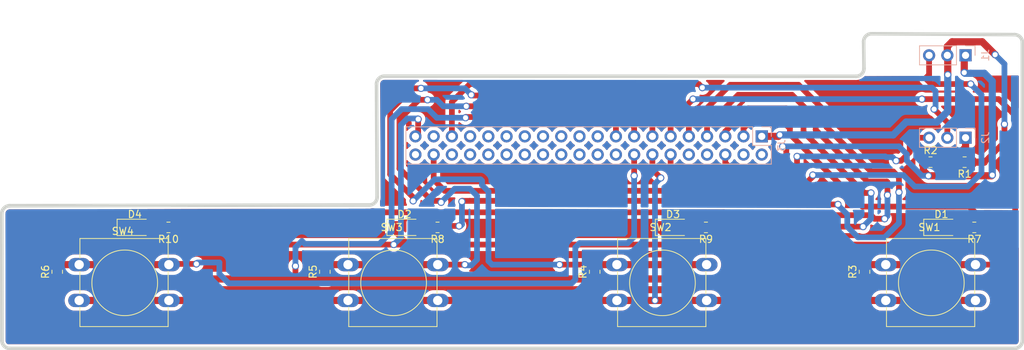
<source format=kicad_pcb>
(kicad_pcb (version 20211014) (generator pcbnew)
  (layers (0 "F.Cu" signal) (31 "B.Cu" signal) (34 "B.Paste" user) (35 "F.Paste" user) (36 "B.SilkS" user "B.Silkscreen") (37 "F.SilkS" user "F.Silkscreen") (38 "B.Mask" user) (39 "F.Mask" user) (44 "Edge.Cuts" user))
  (net 0 "")
  (net 1 "LED_GND")
  (net 2 "Net-(D1-Pad2)")
  (net 3 "Net-(D2-Pad2)")
  (net 4 "Net-(D3-Pad2)")
  (net 5 "Net-(D4-Pad2)")
  (net 6 "I2S_GND")
  (net 7 "I2S_VDD")
  (net 8 "I2S_SD")
  (net 9 "I2S_LR")
  (net 10 "I2S_WS")
  (net 11 "I2S_SCK")
  (net 12 "5V")
  (net 13 "LED_0")
  (net 15 "LED_1")
  (net 16 "LED_2")
  (net 18 "LED_3")
  (net 20 "BTN_0")
  (net 21 "BTN_1")
  (net 22 "BTN_GND")
  (net 23 "BTN_2")
  (net 24 "BTN_3")
  (net 25 "BTN_VDD")
  (footprint "Resistor_SMD:R_0805_2012Metric_Pad1.20x1.40mm_HandSolder" (layer "F.Cu") (at 88.1 101.8 90)
    (fp_text reference "R6" (at 0 -1.65 90) (layer "F.SilkS"))
    (fp_text value "10k")
    (fp_line (start -0.227064 -0.735) (end 0.227064 -0.735) (layer "F.SilkS") (width 0.12))
    (fp_line (start -0.227064 0.735) (end 0.227064 0.735) (layer "F.SilkS") (width 0.12))
    (pad "1" smd roundrect (at -1 0 90) (size 1.2 1.4) (layers "F.Cu" "F.Paste" "F.Mask") (roundrect_rratio 0.208333) (net 25 "BTN_VDD"))
    (pad "2" smd roundrect (at 1 0 90) (size 1.2 1.4) (layers "F.Cu" "F.Paste" "F.Mask") (roundrect_rratio 0.208333) (net 24 "BTN_3"))
  )
  (footprint "Resistor_SMD:R_0805_2012Metric_Pad1.20x1.40mm_HandSolder" (layer "F.Cu") (at 178.5 95.6 180)
    (fp_text reference "R9" (at 0 -1.65) (layer "F.SilkS"))
    (fp_text value "220")
    (fp_line (start -0.227064 -0.735) (end 0.227064 -0.735) (layer "F.SilkS") (width 0.12))
    (fp_line (start -0.227064 0.735) (end 0.227064 0.735) (layer "F.SilkS") (width 0.12))
    (pad "1" smd roundrect (at -1 0 180) (size 1.2 1.4) (layers "F.Cu" "F.Paste" "F.Mask") (roundrect_rratio 0.208333) (net 15 "LED_1"))
    (pad "2" smd roundrect (at 1 0 180) (size 1.2 1.4) (layers "F.Cu" "F.Paste" "F.Mask") (roundrect_rratio 0.208333) (net 4 "Net-(D3-Pad2)"))
  )
  (footprint "Resistor_SMD:R_0805_2012Metric_Pad1.20x1.40mm_HandSolder" (layer "F.Cu") (at 215.9 95.6 180)
    (fp_text reference "R7" (at 0 -1.65) (layer "F.SilkS"))
    (fp_text value "220")
    (fp_line (start -0.227064 -0.735) (end 0.227064 -0.735) (layer "F.SilkS") (width 0.12))
    (fp_line (start -0.227064 0.735) (end 0.227064 0.735) (layer "F.SilkS") (width 0.12))
    (pad "1" smd roundrect (at -1 0 180) (size 1.2 1.4) (layers "F.Cu" "F.Paste" "F.Mask") (roundrect_rratio 0.208333) (net 13 "LED_0"))
    (pad "2" smd roundrect (at 1 0 180) (size 1.2 1.4) (layers "F.Cu" "F.Paste" "F.Mask") (roundrect_rratio 0.208333) (net 2 "Net-(D1-Pad2)"))
  )
  (footprint "Button_Switch_THT:SW_PUSH-12mm" (layer "F.Cu") (at 166.093332 100.8)
    (fp_text reference "SW2" (at 6.08 -5.2) (layer "F.SilkS"))
    (fp_text value "SW_Push")
    (fp_line (start 12.4 8.65) (end 0.1 8.65) (layer "F.SilkS") (width 0.12))
    (fp_line (start 12.4 -3.65) (end 12.4 -0.93) (layer "F.SilkS") (width 0.12))
    (fp_line (start 12.4 0.93) (end 12.4 4.07) (layer "F.SilkS") (width 0.12))
    (fp_line (start 12.4 5.93) (end 12.4 8.65) (layer "F.SilkS") (width 0.12))
    (fp_line (start 0.1 -0.93) (end 0.1 -3.65) (layer "F.SilkS") (width 0.12))
    (fp_line (start 0.1 4.07) (end 0.1 0.93) (layer "F.SilkS") (width 0.12))
    (fp_line (start 0.1 -3.65) (end 12.4 -3.65) (layer "F.SilkS") (width 0.12))
    (fp_line (start 0.1 8.65) (end 0.1 5.93) (layer "F.SilkS") (width 0.12))
    (fp_circle (center 6.35 2.54) (end 10.16 5.08) (layer "F.SilkS") (width 0.12) (fill none))
    (pad "1" thru_hole oval (at 0 0) (size 3.048 1.85) (drill 1.3) (layers *.Cu *.Mask) (net 21 "BTN_1"))
    (pad "1" thru_hole oval (at 12.5 0) (size 3.048 1.85) (drill 1.3) (layers *.Cu *.Mask) (net 21 "BTN_1"))
    (pad "2" thru_hole oval (at 0 5) (size 3.048 1.85) (drill 1.3) (layers *.Cu *.Mask) (net 22 "BTN_GND"))
    (pad "2" thru_hole oval (at 12.5 5) (size 3.048 1.85) (drill 1.3) (layers *.Cu *.Mask) (net 22 "BTN_GND"))
  )
  (footprint "Resistor_SMD:R_0805_2012Metric_Pad1.20x1.40mm_HandSolder" (layer "F.Cu") (at 125.4 101.8 90)
    (fp_text reference "R5" (at 0 -1.65 90) (layer "F.SilkS"))
    (fp_text value "10k")
    (fp_line (start -0.227064 -0.735) (end 0.227064 -0.735) (layer "F.SilkS") (width 0.12))
    (fp_line (start -0.227064 0.735) (end 0.227064 0.735) (layer "F.SilkS") (width 0.12))
    (pad "1" smd roundrect (at -1 0 90) (size 1.2 1.4) (layers "F.Cu" "F.Paste" "F.Mask") (roundrect_rratio 0.208333) (net 25 "BTN_VDD"))
    (pad "2" smd roundrect (at 1 0 90) (size 1.2 1.4) (layers "F.Cu" "F.Paste" "F.Mask") (roundrect_rratio 0.208333) (net 23 "BTN_2"))
  )
  (footprint "LED_SMD:LED_1206_3216Metric_Pad1.42x1.75mm_HandSolder" (layer "F.Cu") (at 211.3125 95.6)
    (fp_text reference "D1" (at 0 -1.82) (layer "F.SilkS"))
    (fp_text value "LED")
    (fp_line (start 1.6 -1.135) (end -2.46 -1.135) (layer "F.SilkS") (width 0.12))
    (fp_line (start -2.46 -1.135) (end -2.46 1.135) (layer "F.SilkS") (width 0.12))
    (fp_line (start -2.46 1.135) (end 1.6 1.135) (layer "F.SilkS") (width 0.12))
    (pad "1" smd roundrect (at -1.4875 0) (size 1.425 1.75) (layers "F.Cu" "F.Paste" "F.Mask") (roundrect_rratio 0.175439) (net 1 "LED_GND"))
    (pad "2" smd roundrect (at 1.4875 0) (size 1.425 1.75) (layers "F.Cu" "F.Paste" "F.Mask") (roundrect_rratio 0.175439) (net 2 "Net-(D1-Pad2)"))
  )
  (footprint "Resistor_SMD:R_0805_2012Metric_Pad1.20x1.40mm_HandSolder" (layer "F.Cu") (at 103.6 95.6 180)
    (fp_text reference "R10" (at 0 -1.65) (layer "F.SilkS"))
    (fp_text value "220")
    (fp_line (start -0.227064 0.735) (end 0.227064 0.735) (layer "F.SilkS") (width 0.12))
    (fp_line (start -0.227064 -0.735) (end 0.227064 -0.735) (layer "F.SilkS") (width 0.12))
    (pad "1" smd roundrect (at -1 0 180) (size 1.2 1.4) (layers "F.Cu" "F.Paste" "F.Mask") (roundrect_rratio 0.208333) (net 16 "LED_2"))
    (pad "2" smd roundrect (at 1 0 180) (size 1.2 1.4) (layers "F.Cu" "F.Paste" "F.Mask") (roundrect_rratio 0.208333) (net 5 "Net-(D4-Pad2)"))
  )
  (footprint "Button_Switch_THT:SW_PUSH-12mm" (layer "F.Cu") (at 91.16 100.8)
    (fp_text reference "SW4" (at 6.08 -4.66) (layer "F.SilkS"))
    (fp_text value "SW_Push")
    (fp_line (start 12.4 5.93) (end 12.4 8.65) (layer "F.SilkS") (width 0.12))
    (fp_line (start 12.4 -3.65) (end 12.4 -0.93) (layer "F.SilkS") (width 0.12))
    (fp_line (start 0.1 -0.93) (end 0.1 -3.65) (layer "F.SilkS") (width 0.12))
    (fp_line (start 0.1 4.07) (end 0.1 0.93) (layer "F.SilkS") (width 0.12))
    (fp_line (start 12.4 8.65) (end 0.1 8.65) (layer "F.SilkS") (width 0.12))
    (fp_line (start 0.1 -3.65) (end 12.4 -3.65) (layer "F.SilkS") (width 0.12))
    (fp_line (start 0.1 8.65) (end 0.1 5.93) (layer "F.SilkS") (width 0.12))
    (fp_line (start 12.4 0.93) (end 12.4 4.07) (layer "F.SilkS") (width 0.12))
    (fp_circle (center 6.35 2.54) (end 10.16 5.08) (layer "F.SilkS") (width 0.12) (fill none))
    (pad "1" thru_hole oval (at 12.5 0) (size 3.048 1.85) (drill 1.3) (layers *.Cu *.Mask) (net 24 "BTN_3"))
    (pad "1" thru_hole oval (at 0 0) (size 3.048 1.85) (drill 1.3) (layers *.Cu *.Mask) (net 24 "BTN_3"))
    (pad "2" thru_hole oval (at 12.5 5) (size 3.048 1.85) (drill 1.3) (layers *.Cu *.Mask) (net 22 "BTN_GND"))
    (pad "2" thru_hole oval (at 0 5) (size 3.048 1.85) (drill 1.3) (layers *.Cu *.Mask) (net 22 "BTN_GND"))
  )
  (footprint "LED_SMD:LED_1206_3216Metric_Pad1.42x1.75mm_HandSolder" (layer "F.Cu") (at 98.9125 95.6)
    (fp_text reference "D4" (at 0 -1.82) (layer "F.SilkS"))
    (fp_text value "LED")
    (fp_line (start -2.46 1.135) (end 1.6 1.135) (layer "F.SilkS") (width 0.12))
    (fp_line (start -2.46 -1.135) (end -2.46 1.135) (layer "F.SilkS") (width 0.12))
    (fp_line (start 1.6 -1.135) (end -2.46 -1.135) (layer "F.SilkS") (width 0.12))
    (pad "1" smd roundrect (at -1.4875 0) (size 1.425 1.75) (layers "F.Cu" "F.Paste" "F.Mask") (roundrect_rratio 0.175439) (net 1 "LED_GND"))
    (pad "2" smd roundrect (at 1.4875 0) (size 1.425 1.75) (layers "F.Cu" "F.Paste" "F.Mask") (roundrect_rratio 0.175439) (net 5 "Net-(D4-Pad2)"))
  )
  (footprint "Resistor_SMD:R_0805_2012Metric_Pad1.20x1.40mm_HandSolder" (layer "F.Cu") (at 214.55 86.5 180)
    (fp_text reference "R1" (at 0 -1.65) (layer "F.SilkS"))
    (fp_text value "R")
    (fp_line (start -0.227064 -0.735) (end 0.227064 -0.735) (layer "F.SilkS") (width 0.12))
    (fp_line (start -0.227064 0.735) (end 0.227064 0.735) (layer "F.SilkS") (width 0.12))
    (pad "1" smd roundrect (at -1 0 180) (size 1.2 1.4) (layers "F.Cu" "F.Paste" "F.Mask") (roundrect_rratio 0.208333) (net 7 "I2S_VDD"))
    (pad "2" smd roundrect (at 1 0 180) (size 1.2 1.4) (layers "F.Cu" "F.Paste" "F.Mask") (roundrect_rratio 0.208333) (net 9 "I2S_LR"))
  )
  (footprint "Resistor_SMD:R_0805_2012Metric_Pad1.20x1.40mm_HandSolder" (layer "F.Cu") (at 163 101.8 90)
    (fp_text reference "R4" (at 0 -1.65 90) (layer "F.SilkS"))
    (fp_text value "10k")
    (fp_line (start -0.227064 0.735) (end 0.227064 0.735) (layer "F.SilkS") (width 0.12))
    (fp_line (start -0.227064 -0.735) (end 0.227064 -0.735) (layer "F.SilkS") (width 0.12))
    (pad "1" smd roundrect (at -1 0 90) (size 1.2 1.4) (layers "F.Cu" "F.Paste" "F.Mask") (roundrect_rratio 0.208333) (net 25 "BTN_VDD"))
    (pad "2" smd roundrect (at 1 0 90) (size 1.2 1.4) (layers "F.Cu" "F.Paste" "F.Mask") (roundrect_rratio 0.208333) (net 21 "BTN_1"))
  )
  (footprint "Resistor_SMD:R_0805_2012Metric_Pad1.20x1.40mm_HandSolder" (layer "F.Cu") (at 209.8 86.5)
    (fp_text reference "R2" (at 0 -1.65) (layer "F.SilkS"))
    (fp_text value "R")
    (fp_line (start -0.227064 -0.735) (end 0.227064 -0.735) (layer "F.SilkS") (width 0.12))
    (fp_line (start -0.227064 0.735) (end 0.227064 0.735) (layer "F.SilkS") (width 0.12))
    (pad "1" smd roundrect (at -1 0) (size 1.2 1.4) (layers "F.Cu" "F.Paste" "F.Mask") (roundrect_rratio 0.208333) (net 6 "I2S_GND"))
    (pad "2" smd roundrect (at 1 0) (size 1.2 1.4) (layers "F.Cu" "F.Paste" "F.Mask") (roundrect_rratio 0.208333) (net 9 "I2S_LR"))
  )
  (footprint "Button_Switch_THT:SW_PUSH-12mm" (layer "F.Cu") (at 128.626666 100.8)
    (fp_text reference "SW3" (at 6.08 -5.2) (layer "F.SilkS"))
    (fp_text value "SW_Push")
    (fp_line (start 0.1 4.07) (end 0.1 0.93) (layer "F.SilkS") (width 0.12))
    (fp_line (start 0.1 -3.65) (end 12.4 -3.65) (layer "F.SilkS") (width 0.12))
    (fp_line (start 12.4 8.65) (end 0.1 8.65) (layer "F.SilkS") (width 0.12))
    (fp_line (start 0.1 8.65) (end 0.1 5.93) (layer "F.SilkS") (width 0.12))
    (fp_line (start 0.1 -0.93) (end 0.1 -3.65) (layer "F.SilkS") (width 0.12))
    (fp_line (start 12.4 5.93) (end 12.4 8.65) (layer "F.SilkS") (width 0.12))
    (fp_line (start 12.4 0.93) (end 12.4 4.07) (layer "F.SilkS") (width 0.12))
    (fp_line (start 12.4 -3.65) (end 12.4 -0.93) (layer "F.SilkS") (width 0.12))
    (fp_circle (center 6.35 2.54) (end 10.16 5.08) (layer "F.SilkS") (width 0.12) (fill none))
    (pad "1" thru_hole oval (at 0 0) (size 3.048 1.85) (drill 1.3) (layers *.Cu *.Mask) (net 23 "BTN_2"))
    (pad "1" thru_hole oval (at 12.5 0) (size 3.048 1.85) (drill 1.3) (layers *.Cu *.Mask) (net 23 "BTN_2"))
    (pad "2" thru_hole oval (at 12.5 5) (size 3.048 1.85) (drill 1.3) (layers *.Cu *.Mask) (net 22 "BTN_GND"))
    (pad "2" thru_hole oval (at 0 5) (size 3.048 1.85) (drill 1.3) (layers *.Cu *.Mask) (net 22 "BTN_GND"))
  )
  (footprint "LED_SMD:LED_1206_3216Metric_Pad1.42x1.75mm_HandSolder" (layer "F.Cu") (at 173.9125 95.6)
    (fp_text reference "D3" (at 0 -1.82) (layer "F.SilkS"))
    (fp_text value "LED")
    (fp_line (start 1.6 -1.135) (end -2.46 -1.135) (layer "F.SilkS") (width 0.12))
    (fp_line (start -2.46 1.135) (end 1.6 1.135) (layer "F.SilkS") (width 0.12))
    (fp_line (start -2.46 -1.135) (end -2.46 1.135) (layer "F.SilkS") (width 0.12))
    (pad "1" smd roundrect (at -1.4875 0) (size 1.425 1.75) (layers "F.Cu" "F.Paste" "F.Mask") (roundrect_rratio 0.175439) (net 1 "LED_GND"))
    (pad "2" smd roundrect (at 1.4875 0) (size 1.425 1.75) (layers "F.Cu" "F.Paste" "F.Mask") (roundrect_rratio 0.175439) (net 4 "Net-(D3-Pad2)"))
  )
  (footprint "LED_SMD:LED_1206_3216Metric_Pad1.42x1.75mm_HandSolder" (layer "F.Cu") (at 136.5 95.6)
    (fp_text reference "D2" (at 0 -1.82) (layer "F.SilkS"))
    (fp_text value "LED")
    (fp_line (start -2.46 -1.135) (end -2.46 1.135) (layer "F.SilkS") (width 0.12))
    (fp_line (start -2.46 1.135) (end 1.6 1.135) (layer "F.SilkS") (width 0.12))
    (fp_line (start 1.6 -1.135) (end -2.46 -1.135) (layer "F.SilkS") (width 0.12))
    (pad "1" smd roundrect (at -1.4875 0) (size 1.425 1.75) (layers "F.Cu" "F.Paste" "F.Mask") (roundrect_rratio 0.175439) (net 1 "LED_GND"))
    (pad "2" smd roundrect (at 1.4875 0) (size 1.425 1.75) (layers "F.Cu" "F.Paste" "F.Mask") (roundrect_rratio 0.175439) (net 3 "Net-(D2-Pad2)"))
  )
  (footprint "Resistor_SMD:R_0805_2012Metric_Pad1.20x1.40mm_HandSolder" (layer "F.Cu") (at 141.1 95.6 180)
    (fp_text reference "R8" (at 0 -1.65) (layer "F.SilkS"))
    (fp_text value "220")
    (fp_line (start -0.227064 0.735) (end 0.227064 0.735) (layer "F.SilkS") (width 0.12))
    (fp_line (start -0.227064 -0.735) (end 0.227064 -0.735) (layer "F.SilkS") (width 0.12))
    (pad "1" smd roundrect (at -1 0 180) (size 1.2 1.4) (layers "F.Cu" "F.Paste" "F.Mask") (roundrect_rratio 0.208333) (net 18 "LED_3"))
    (pad "2" smd roundrect (at 1 0 180) (size 1.2 1.4) (layers "F.Cu" "F.Paste" "F.Mask") (roundrect_rratio 0.208333) (net 3 "Net-(D2-Pad2)"))
  )
  (footprint "Button_Switch_THT:SW_PUSH-12mm" (layer "F.Cu") (at 203.56 100.8)
    (fp_text reference "SW1" (at 6.08 -5.2) (layer "F.SilkS"))
    (fp_text value "SW_Push")
    (fp_line (start 12.4 8.65) (end 0.1 8.65) (layer "F.SilkS") (width 0.12))
    (fp_line (start 12.4 5.93) (end 12.4 8.65) (layer "F.SilkS") (width 0.12))
    (fp_line (start 12.4 0.93) (end 12.4 4.07) (layer "F.SilkS") (width 0.12))
    (fp_line (start 12.4 -3.65) (end 12.4 -0.93) (layer "F.SilkS") (width 0.12))
    (fp_line (start 0.1 8.65) (end 0.1 5.93) (layer "F.SilkS") (width 0.12))
    (fp_line (start 0.1 -0.93) (end 0.1 -3.65) (layer "F.SilkS") (width 0.12))
    (fp_line (start 0.1 4.07) (end 0.1 0.93) (layer "F.SilkS") (width 0.12))
    (fp_line (start 0.1 -3.65) (end 12.4 -3.65) (layer "F.SilkS") (width 0.12))
    (fp_circle (center 6.35 2.54) (end 10.16 5.08) (layer "F.SilkS") (width 0.12) (fill none))
    (pad "1" thru_hole oval (at 0 0) (size 3.048 1.85) (drill 1.3) (layers *.Cu *.Mask) (net 20 "BTN_0"))
    (pad "1" thru_hole oval (at 12.5 0) (size 3.048 1.85) (drill 1.3) (layers *.Cu *.Mask) (net 20 "BTN_0"))
    (pad "2" thru_hole oval (at 12.5 5) (size 3.048 1.85) (drill 1.3) (layers *.Cu *.Mask) (net 22 "BTN_GND"))
    (pad "2" thru_hole oval (at 0 5) (size 3.048 1.85) (drill 1.3) (layers *.Cu *.Mask) (net 22 "BTN_GND"))
  )
  (footprint "Resistor_SMD:R_0805_2012Metric_Pad1.20x1.40mm_HandSolder" (layer "F.Cu") (at 200.6 101.8 90)
    (fp_text reference "R3" (at 0 -1.65 90) (layer "F.SilkS"))
    (fp_text value "10k")
    (fp_line (start -0.227064 0.735) (end 0.227064 0.735) (layer "F.SilkS") (width 0.12))
    (fp_line (start -0.227064 -0.735) (end 0.227064 -0.735) (layer "F.SilkS") (width 0.12))
    (pad "1" smd roundrect (at -1 0 90) (size 1.2 1.4) (layers "F.Cu" "F.Paste" "F.Mask") (roundrect_rratio 0.208333) (net 25 "BTN_VDD"))
    (pad "2" smd roundrect (at 1 0 90) (size 1.2 1.4) (layers "F.Cu" "F.Paste" "F.Mask") (roundrect_rratio 0.208333) (net 20 "BTN_0"))
  )
  (footprint "Connector_PinSocket_2.54mm:PinSocket_1x03_P2.54mm_Vertical" (layer "B.Cu") (at 214.68 83.09 90)
    (fp_text reference "J2" (at 0 2.77 90) (layer "B.SilkS") (effects (justify mirror)))
    (fp_text value "Conn_01x03_Female")
    (fp_line (start 1.33 1.33) (end 1.33 0) (layer "B.SilkS") (width 0.12))
    (fp_line (start 1.33 -1.27) (end 1.33 -6.41) (layer "B.SilkS") (width 0.12))
    (fp_line (start -1.33 -1.27) (end 1.33 -1.27) (layer "B.SilkS") (width 0.12))
    (fp_line (start 0 1.33) (end 1.33 1.33) (layer "B.SilkS") (width 0.12))
    (fp_line (start -1.33 -1.27) (end -1.33 -6.41) (layer "B.SilkS") (width 0.12))
    (fp_line (start -1.33 -6.41) (end 1.33 -6.41) (layer "B.SilkS") (width 0.12))
    (pad "1" thru_hole rect (at 0 0 90) (size 1.7 1.7) (drill 1) (layers *.Cu *.Mask) (net 9 "I2S_LR"))
    (pad "2" thru_hole oval (at 0 -2.54 90) (size 1.7 1.7) (drill 1) (layers *.Cu *.Mask) (net 10 "I2S_WS"))
    (pad "3" thru_hole oval (at 0 -5.08 90) (size 1.7 1.7) (drill 1) (layers *.Cu *.Mask) (net 11 "I2S_SCK"))
  )
  (footprint "Connector_PinSocket_2.54mm:PinSocket_1x03_P2.54mm_Vertical" (layer "B.Cu") (at 214.68 71.59 90)
    (fp_text reference "J1" (at 0 2.77 90) (layer "B.SilkS") (effects (justify mirror)))
    (fp_text value "Conn_01x03_Female")
    (fp_line (start 1.33 -1.27) (end 1.33 -6.41) (layer "B.SilkS") (width 0.12))
    (fp_line (start -1.33 -1.27) (end 1.33 -1.27) (layer "B.SilkS") (width 0.12))
    (fp_line (start 1.33 1.33) (end 1.33 0) (layer "B.SilkS") (width 0.12))
    (fp_line (start -1.33 -6.41) (end 1.33 -6.41) (layer "B.SilkS") (width 0.12))
    (fp_line (start -1.33 -1.27) (end -1.33 -6.41) (layer "B.SilkS") (width 0.12))
    (fp_line (start 0 1.33) (end 1.33 1.33) (layer "B.SilkS") (width 0.12))
    (pad "1" thru_hole rect (at 0 0 90) (size 1.7 1.7) (drill 1) (layers *.Cu *.Mask) (net 6 "I2S_GND"))
    (pad "2" thru_hole oval (at 0 -2.54 90) (size 1.7 1.7) (drill 1) (layers *.Cu *.Mask) (net 7 "I2S_VDD"))
    (pad "3" thru_hole oval (at 0 -5.08 90) (size 1.7 1.7) (drill 1) (layers *.Cu *.Mask) (net 8 "I2S_SD"))
  )
  (footprint "Connector_PinSocket_2.54mm:PinSocket_2x20_P2.54mm_Vertical" (layer "B.Cu") (at 186.28 82.9 90)
    (fp_text reference "J3" (at -1.27 2.77 90) (layer "B.SilkS") (effects (justify mirror)))
    (fp_text value "Conn_02x20_Odd_Even")
    (fp_line (start -3.87 1.33) (end -3.87 -49.59) (layer "B.SilkS") (width 0.12))
    (fp_line (start -3.87 1.33) (end -1.27 1.33) (layer "B.SilkS") (width 0.12))
    (fp_line (start 1.33 1.33) (end 1.33 0) (layer "B.SilkS") (width 0.12))
    (fp_line (start 1.33 -1.27) (end 1.33 -49.59) (layer "B.SilkS") (width 0.12))
    (fp_line (start -1.27 -1.27) (end 1.33 -1.27) (layer "B.SilkS") (width 0.12))
    (fp_line (start -1.27 1.33) (end -1.27 -1.27) (layer "B.SilkS") (width 0.12))
    (fp_line (start 0 1.33) (end 1.33 1.33) (layer "B.SilkS") (width 0.12))
    (fp_line (start -3.87 -49.59) (end 1.33 -49.59) (layer "B.SilkS") (width 0.12))
    (pad "1" thru_hole rect (at 0 0 90) (size 1.7 1.7) (drill 1) (layers *.Cu *.Mask) (net 7 "I2S_VDD"))
    (pad "2" thru_hole oval (at -2.54 0 90) (size 1.7 1.7) (drill 1) (layers *.Cu *.Mask) (net 12 "5V"))
    (pad "3" thru_hole oval (at 0 -2.54 90) (size 1.7 1.7) (drill 1) (layers *.Cu *.Mask) (net 13 "LED_0"))
    (pad "4" thru_hole oval (at -2.54 -2.54 90) (size 1.7 1.7) (drill 1) (layers *.Cu *.Mask))
    (pad "5" thru_hole oval (at 0 -5.08 90) (size 1.7 1.7) (drill 1) (layers *.Cu *.Mask) (net 15 "LED_1"))
    (pad "6" thru_hole oval (at -2.54 -5.08 90) (size 1.7 1.7) (drill 1) (layers *.Cu *.Mask) (net 6 "I2S_GND"))
    (pad "7" thru_hole oval (at 0 -7.62 90) (size 1.7 1.7) (drill 1) (layers *.Cu *.Mask) (net 16 "LED_2"))
    (pad "8" thru_hole oval (at -2.54 -7.62 90) (size 1.7 1.7) (drill 1) (layers *.Cu *.Mask))
    (pad "9" thru_hole oval (at 0 -10.16 90) (size 1.7 1.7) (drill 1) (layers *.Cu *.Mask) (net 18 "LED_3"))
    (pad "10" thru_hole oval (at -2.54 -10.16 90) (size 1.7 1.7) (drill 1) (layers *.Cu *.Mask))
    (pad "11" thru_hole oval (at 0 -12.7 90) (size 1.7 1.7) (drill 1) (layers *.Cu *.Mask) (net 20 "BTN_0"))
    (pad "12" thru_hole oval (at -2.54 -12.7 90) (size 1.7 1.7) (drill 1) (layers *.Cu *.Mask) (net 11 "I2S_SCK"))
    (pad "13" thru_hole oval (at 0 -15.24 90) (size 1.7 1.7) (drill 1) (layers *.Cu *.Mask) (net 21 "BTN_1"))
    (pad "14" thru_hole oval (at -2.54 -15.24 90) (size 1.7 1.7) (drill 1) (layers *.Cu *.Mask) (net 22 "BTN_GND"))
    (pad "15" thru_hole oval (at 0 -17.78 90) (size 1.7 1.7) (drill 1) (layers *.Cu *.Mask) (net 23 "BTN_2"))
    (pad "16" thru_hole oval (at -2.54 -17.78 90) (size 1.7 1.7) (drill 1) (layers *.Cu *.Mask) (net 24 "BTN_3"))
    (pad "17" thru_hole oval (at 0 -20.32 90) (size 1.7 1.7) (drill 1) (layers *.Cu *.Mask) (net 25 "BTN_VDD"))
    (pad "18" thru_hole oval (at -2.54 -20.32 90) (size 1.7 1.7) (drill 1) (layers *.Cu *.Mask))
    (pad "19" thru_hole oval (at 0 -22.86 90) (size 1.7 1.7) (drill 1) (layers *.Cu *.Mask))
    (pad "20" thru_hole oval (at -2.54 -22.86 90) (size 1.7 1.7) (drill 1) (layers *.Cu *.Mask))
    (pad "21" thru_hole oval (at 0 -25.4 90) (size 1.7 1.7) (drill 1) (layers *.Cu *.Mask))
    (pad "22" thru_hole oval (at -2.54 -25.4 90) (size 1.7 1.7) (drill 1) (layers *.Cu *.Mask))
    (pad "23" thru_hole oval (at 0 -27.94 90) (size 1.7 1.7) (drill 1) (layers *.Cu *.Mask))
    (pad "24" thru_hole oval (at -2.54 -27.94 90) (size 1.7 1.7) (drill 1) (layers *.Cu *.Mask))
    (pad "25" thru_hole oval (at 0 -30.48 90) (size 1.7 1.7) (drill 1) (layers *.Cu *.Mask))
    (pad "26" thru_hole oval (at -2.54 -30.48 90) (size 1.7 1.7) (drill 1) (layers *.Cu *.Mask))
    (pad "27" thru_hole oval (at 0 -33.02 90) (size 1.7 1.7) (drill 1) (layers *.Cu *.Mask))
    (pad "28" thru_hole oval (at -2.54 -33.02 90) (size 1.7 1.7) (drill 1) (layers *.Cu *.Mask))
    (pad "29" thru_hole oval (at 0 -35.56 90) (size 1.7 1.7) (drill 1) (layers *.Cu *.Mask))
    (pad "30" thru_hole oval (at -2.54 -35.56 90) (size 1.7 1.7) (drill 1) (layers *.Cu *.Mask))
    (pad "31" thru_hole oval (at 0 -38.1 90) (size 1.7 1.7) (drill 1) (layers *.Cu *.Mask))
    (pad "32" thru_hole oval (at -2.54 -38.1 90) (size 1.7 1.7) (drill 1) (layers *.Cu *.Mask))
    (pad "33" thru_hole oval (at 0 -40.64 90) (size 1.7 1.7) (drill 1) (layers *.Cu *.Mask))
    (pad "34" thru_hole oval (at -2.54 -40.64 90) (size 1.7 1.7) (drill 1) (layers *.Cu *.Mask))
    (pad "35" thru_hole oval (at 0 -43.18 90) (size 1.7 1.7) (drill 1) (layers *.Cu *.Mask) (net 10 "I2S_WS"))
    (pad "36" thru_hole oval (at -2.54 -43.18 90) (size 1.7 1.7) (drill 1) (layers *.Cu *.Mask))
    (pad "37" thru_hole oval (at 0 -45.72 90) (size 1.7 1.7) (drill 1) (layers *.Cu *.Mask))
    (pad "38" thru_hole oval (at -2.54 -45.72 90) (size 1.7 1.7) (drill 1) (layers *.Cu *.Mask) (net 8 "I2S_SD"))
    (pad "39" thru_hole oval (at 0 -48.26 90) (size 1.7 1.7) (drill 1) (layers *.Cu *.Mask) (net 1 "LED_GND"))
    (pad "40" thru_hole oval (at -2.54 -48.26 90) (size 1.7 1.7) (drill 1) (layers *.Cu *.Mask))
  )
  (gr_line (start 200.477817 69.677817) (end 200.522183 73.422183) (layer "Edge.Cuts") (width 0.5))
  (gr_line (start 81.477817 92.577817) (end 131.577817 92.477817) (layer "Edge.Cuts") (width 0.5))
  (gr_arc (start 132.6 75.6) (mid 132.922183 74.822183) (end 133.7 74.5) (layer "Edge.Cuts") (width 0.5))
  (gr_arc (start 80.377817 93.677817) (mid 80.7 92.9) (end 81.477817 92.577817) (layer "Edge.Cuts") (width 0.5))
  (gr_line (start 132.6 75.6) (end 132.677817 91.377817) (layer "Edge.Cuts") (width 0.5))
  (gr_line (start 201.577817 68.577817) (end 221.5 68.7) (layer "Edge.Cuts") (width 0.5))
  (gr_line (start 80.377817 93.677817) (end 80.4 111.4) (layer "Edge.Cuts") (width 0.5))
  (gr_line (start 222.6 69.8) (end 222.6 111.4) (layer "Edge.Cuts") (width 0.5))
  (gr_arc (start 200.522183 73.422183) (mid 200.2 74.2) (end 199.422183 74.522183) (layer "Edge.Cuts") (width 0.5))
  (gr_line (start 133.7 74.5) (end 199.422183 74.522183) (layer "Edge.Cuts") (width 0.5))
  (gr_arc (start 81.5 112.5) (mid 80.722183 112.177817) (end 80.4 111.4) (layer "Edge.Cuts") (width 0.5))
  (gr_arc (start 222.6 111.4) (mid 222.277817 112.177817) (end 221.5 112.5) (layer "Edge.Cuts") (width 0.5))
  (gr_line (start 81.5 112.5) (end 221.5 112.5) (layer "Edge.Cuts") (width 0.5))
  (gr_arc (start 200.477817 69.677817) (mid 200.8 68.9) (end 201.577817 68.577817) (layer "Edge.Cuts") (width 0.5))
  (gr_arc (start 221.5 68.7) (mid 222.277817 69.022183) (end 222.6 69.8) (layer "Edge.Cuts") (width 0.5))
  (gr_arc (start 132.677817 91.377817) (mid 132.355634 92.155634) (end 131.577817 92.477817) (layer "Edge.Cuts") (width 0.5))
  (segment (start 97.425 95.6) (end 97.425 96.525) (width 0.8) (layer "F.Cu") (net 1))
  (segment (start 209.825 97.375) (end 209.825 95.6) (width 0.8) (layer "F.Cu") (net 1))
  (segment (start 174 98) (end 174.4 98) (width 0.8) (layer "F.Cu") (net 1))
  (segment (start 138.4 80.5) (end 138.4 82.52) (width 0.8) (layer "F.Cu") (net 1))
  (segment (start 137 98) (end 137.8 98) (width 0.8) (layer "F.Cu") (net 1))
  (segment (start 135.0125 95.6) (end 135.0125 96.0125) (width 0.8) (layer "F.Cu") (net 1))
  (segment (start 135.0125 96.0125) (end 137 98) (width 0.8) (layer "F.Cu") (net 1))
  (segment (start 172.425 95.6) (end 172.425 96.425) (width 0.8) (layer "F.Cu") (net 1))
  (segment (start 209.2 98) (end 209.825 97.375) (width 0.8) (layer "F.Cu") (net 1))
  (segment (start 172.425 96.425) (end 174 98) (width 0.8) (layer "F.Cu") (net 1))
  (segment (start 98.9 98) (end 135 98) (width 0.8) (layer "F.Cu") (net 1))
  (segment (start 138.4 82.52) (end 138.02 82.9) (width 0.8) (layer "F.Cu") (net 1))
  (segment (start 97.425 96.525) (end 98.9 98) (width 0.8) (layer "F.Cu") (net 1))
  (segment (start 135 98) (end 137.8 98) (width 0.8) (layer "F.Cu") (net 1))
  (segment (start 174.4 98) (end 209.2 98) (width 0.8) (layer "F.Cu") (net 1))
  (segment (start 137.8 98) (end 174.4 98) (width 0.8) (layer "F.Cu") (net 1))
  (via (at 135 98) (size 1) (drill 0.7) (layers "F.Cu" "B.Cu") (net 1))
  (via (at 138.4 80.5) (size 1) (drill 0.7) (layers "F.Cu" "B.Cu") (net 1))
  (segment (start 136 81.3) (end 136.9 80.4) (width 0.8) (layer "B.Cu") (net 1))
  (segment (start 136 97) (end 136 84.2) (width 0.8) (layer "B.Cu") (net 1))
  (segment (start 138.3 80.4) (end 138.4 80.5) (width 0.8) (layer "B.Cu") (net 1))
  (segment (start 136 84.2) (end 136 81.3) (width 0.8) (layer "B.Cu") (net 1))
  (segment (start 135 98) (end 136 97) (width 0.8) (layer "B.Cu") (net 1))
  (segment (start 136.9 80.4) (end 138.3 80.4) (width 0.8) (layer "B.Cu") (net 1))
  (segment (start 212.8 95.6) (end 214.9 95.6) (width 1) (layer "F.Cu") (net 2))
  (segment (start 137.9875 95.6) (end 140.1 95.6) (width 1) (layer "F.Cu") (net 3))
  (segment (start 175.4 95.6) (end 177.5 95.6) (width 1) (layer "F.Cu") (net 4))
  (segment (start 100.4 95.6) (end 102.6 95.6) (width 1) (layer "F.Cu") (net 5))
  (segment (start 186.6 87.8) (end 188.7 87.8) (width 0.8) (layer "F.Cu") (net 6))
  (segment (start 189.7 84.8) (end 189.2 84.3) (width 0.8) (layer "F.Cu") (net 6))
  (segment (start 189.7 86.8) (end 189.7 85.5) (width 0.8) (layer "F.Cu") (net 6))
  (segment (start 189.7 85.5) (end 189.7 84.8) (width 0.8) (layer "F.Cu") (net 6))
  (segment (start 181.8 87.2) (end 182.4 87.8) (width 0.8) (layer "F.Cu") (net 6))
  (segment (start 182.4 87.8) (end 186.6 87.8) (width 0.8) (layer "F.Cu") (net 6))
  (segment (start 208.8 87.7) (end 209.5 88.4) (width 1) (layer "F.Cu") (net 6))
  (segment (start 181.2 85.44) (end 181.2 86.6) (width 0.8) (layer "F.Cu") (net 6))
  (segment (start 188.9 87.6) (end 189.7 86.8) (width 0.8) (layer "F.Cu") (net 6))
  (segment (start 214.5 74) (end 214.5 71.77) (width 1) (layer "F.Cu") (net 6))
  (segment (start 209.5 88.4) (end 218.3 88.4) (width 1) (layer "F.Cu") (net 6))
  (segment (start 214.5 71.77) (end 214.68 71.59) (width 1) (layer "F.Cu") (net 6))
  (segment (start 208.8 86.5) (end 208.8 87.7) (width 1) (layer "F.Cu") (net 6))
  (segment (start 188.7 87.8) (end 188.9 87.6) (width 0.8) (layer "F.Cu") (net 6))
  (segment (start 218.3 88.4) (end 218.4 88.3) (width 1) (layer "F.Cu") (net 6))
  (segment (start 181.2 86.6) (end 181.8 87.2) (width 0.8) (layer "F.Cu") (net 6))
  (via (at 214.5 74) (size 1) (drill 0.7) (layers "F.Cu" "B.Cu") (net 6))
  (via (at 218.4 88.3) (size 1) (drill 0.7) (layers "F.Cu" "B.Cu") (net 6))
  (via (at 209.5 88.4) (size 1) (drill 0.7) (layers "F.Cu" "B.Cu") (net 6))
  (via (at 189.2 84.3) (size 1) (drill 0.7) (layers "F.Cu" "B.Cu") (net 6))
  (segment (start 206.5 86.3) (end 208.6 88.4) (width 0.8) (layer "B.Cu") (net 6))
  (segment (start 215.4 74.1) (end 214.6 74.1) (width 1) (layer "B.Cu") (net 6))
  (segment (start 217.3 74.1) (end 215.4 74.1) (width 1) (layer "B.Cu") (net 6))
  (segment (start 218.4 75.2) (end 217.3 74.1) (width 1) (layer "B.Cu") (net 6))
  (segment (start 189.2 84.3) (end 205.4 84.3) (width 0.8) (layer "B.Cu") (net 6))
  (segment (start 214.6 74.1) (end 214.5 74) (width 1) (layer "B.Cu") (net 6))
  (segment (start 208.6 88.4) (end 209.5 88.4) (width 0.8) (layer "B.Cu") (net 6))
  (segment (start 205.4 84.3) (end 206.5 85.4) (width 0.8) (layer "B.Cu") (net 6))
  (segment (start 218.4 88.3) (end 218.4 75.2) (width 1) (layer "B.Cu") (net 6))
  (segment (start 206.5 85.4) (end 206.5 86.3) (width 0.8) (layer "B.Cu") (net 6))
  (segment (start 217 69.7) (end 218.8 71.5) (width 1) (layer "F.Cu") (net 7))
  (segment (start 220.1 83.7) (end 220.1 81.2) (width 0.8) (layer "F.Cu") (net 7))
  (segment (start 212.2 71.65) (end 212.14 71.59) (width 1) (layer "F.Cu") (net 7))
  (segment (start 217.3 86.5) (end 220.1 83.7) (width 0.8) (layer "F.Cu") (net 7))
  (segment (start 186.28 82.9) (end 188.6 82.9) (width 1) (layer "F.Cu") (net 7))
  (segment (start 212.8 69.7) (end 217 69.7) (width 1) (layer "F.Cu") (net 7))
  (segment (start 212.2 74.3) (end 212.2 71.65) (width 1) (layer "F.Cu") (net 7))
  (segment (start 212.14 70.36) (end 212.8 69.7) (width 1) (layer "F.Cu") (net 7))
  (segment (start 212.14 71.59) (end 212.14 70.36) (width 1) (layer "F.Cu") (net 7))
  (segment (start 217.3 86.5) (end 215.55 86.5) (width 1) (layer "F.Cu") (net 7))
  (segment (start 188.6 82.9) (end 188.8 82.7) (width 1) (layer "F.Cu") (net 7))
  (via (at 220.1 81.2) (size 1) (drill 0.7) (layers "F.Cu" "B.Cu") (net 7))
  (via (at 188.8 82.7) (size 1) (drill 0.7) (layers "F.Cu" "B.Cu") (net 7))
  (via (at 212.2 74.3) (size 1) (drill 0.7) (layers "F.Cu" "B.Cu") (net 7))
  (via (at 218.8 71.5) (size 1) (drill 0.7) (layers "F.Cu" "B.Cu") (net 7))
  (segment (start 210.7 80.9) (end 211.8 79.8) (width 1) (layer "B.Cu") (net 7))
  (segment (start 220.1 81.2) (end 220.1 72.8) (width 0.8) (layer "B.Cu") (net 7))
  (segment (start 204.6 82.7) (end 206 81.3) (width 1) (layer "B.Cu") (net 7))
  (segment (start 188.8 82.7) (end 204.6 82.7) (width 1) (layer "B.Cu") (net 7))
  (segment (start 211.8 79.8) (end 212.2 79.4) (width 1) (layer "B.Cu") (net 7))
  (segment (start 212.2 79.4) (end 212.2 74.3) (width 1) (layer "B.Cu") (net 7))
  (segment (start 206.4 80.9) (end 210.7 80.9) (width 1) (layer "B.Cu") (net 7))
  (segment (start 206 81.3) (end 206.4 80.9) (width 1) (layer "B.Cu") (net 7))
  (segment (start 220.1 72.8) (end 218.8 71.5) (width 0.8) (layer "B.Cu") (net 7))
  (segment (start 140.56 85.44) (end 140.56 88.96) (width 0.8) (layer "F.Cu") (net 8))
  (segment (start 142.1 90.5) (end 153.7 90.5) (width 0.8) (layer "F.Cu") (net 8))
  (segment (start 153.7 90.5) (end 182.7 90.5) (width 0.8) (layer "F.Cu") (net 8))
  (segment (start 215.4 75.6) (end 209.9 75.6) (width 0.8) (layer "F.Cu") (net 8))
  (segment (start 182.7 90.5) (end 183 90.8) (width 0.8) (layer "F.Cu") (net 8))
  (segment (start 209.6 74.3) (end 209.6 71.59) (width 0.8) (layer "F.Cu") (net 8))
  (segment (start 193.4 88.5) (end 193.4 88.3) (width 0.8) (layer "F.Cu") (net 8))
  (segment (start 191.1 90.8) (end 191.7 90.2) (width 0.8) (layer "F.Cu") (net 8))
  (segment (start 191.7 90.2) (end 193.4 88.5) (width 0.8) (layer "F.Cu") (net 8))
  (segment (start 141.4 89.8) (end 142.1 90.5) (width 0.8) (layer "F.Cu") (net 8))
  (segment (start 140.56 88.96) (end 141.4 89.8) (width 0.8) (layer "F.Cu") (net 8))
  (segment (start 209.1 74.8) (end 209.6 74.3) (width 0.8) (layer "F.Cu") (net 8))
  (segment (start 183 90.8) (end 191.1 90.8) (width 0.8) (layer "F.Cu") (net 8))
  (segment (start 209.9 75.6) (end 209.1 74.8) (width 0.8) (layer "F.Cu") (net 8))
  (via (at 215.4 75.6) (size 1) (drill 0.7) (layers "F.Cu" "B.Cu") (net 8))
  (via (at 193.4 88.3) (size 1) (drill 0.7) (layers "F.Cu" "B.Cu") (net 8))
  (segment (start 216.9 79.3) (end 216.9 77.1) (width 0.8) (layer "B.Cu") (net 8))
  (segment (start 216.9 77.1) (end 215.4 75.6) (width 0.8) (layer "B.Cu") (net 8))
  (segment (start 215.2 89.7) (end 216.9 88) (width 0.8) (layer "B.Cu") (net 8))
  (segment (start 215 89.9) (end 215.2 89.7) (width 0.8) (layer "B.Cu") (net 8))
  (segment (start 216.9 88) (end 216.9 79.3) (width 0.8) (layer "B.Cu") (net 8))
  (segment (start 207.6 89.9) (end 215 89.9) (width 0.8) (layer "B.Cu") (net 8))
  (segment (start 193.4 88.3) (end 206 88.3) (width 0.8) (layer "B.Cu") (net 8))
  (segment (start 206 88.3) (end 207.6 89.9) (width 0.8) (layer "B.Cu") (net 8))
  (segment (start 213.55 85.55) (end 214.68 84.42) (width 1) (layer "F.Cu") (net 9))
  (segment (start 214.68 84.42) (end 214.68 83.09) (width 1) (layer "F.Cu") (net 9))
  (segment (start 210.8 86.5) (end 213.55 86.5) (width 1) (layer "F.Cu") (net 9))
  (segment (start 213.55 86.5) (end 213.55 85.55) (width 1) (layer "F.Cu") (net 9))
  (segment (start 177.5 75.6) (end 178 76.1) (width 0.8) (layer "F.Cu") (net 10))
  (segment (start 210.3 79.1) (end 212.4 81.2) (width 0.8) (layer "F.Cu") (net 10))
  (segment (start 143.1 82.9) (end 143.1 78.1) (width 0.8) (layer "F.Cu") (net 10))
  (segment (start 145.6 75.6) (end 177.5 75.6) (width 0.8) (layer "F.Cu") (net 10))
  (segment (start 212.14 81.46) (end 212.14 83.09) (width 0.8) (layer "F.Cu") (net 10))
  (segment (start 143.1 78.1) (end 145.6 75.6) (width 0.8) (layer "F.Cu") (net 10))
  (segment (start 212.4 81.2) (end 212.14 81.46) (width 0.8) (layer "F.Cu") (net 10))
  (via (at 178 76.1) (size 1) (drill 0.7) (layers "F.Cu" "B.Cu") (net 10))
  (via (at 210.3 79.1) (size 1) (drill 0.7) (layers "F.Cu" "B.Cu") (net 10))
  (segment (start 210 76.1) (end 210.5 76.6) (width 0.8) (layer "B.Cu") (net 10))
  (segment (start 210.5 76.6) (end 210.5 78.9) (width 0.8) (layer "B.Cu") (net 10))
  (segment (start 178 76.1) (end 210 76.1) (width 0.8) (layer "B.Cu") (net 10))
  (segment (start 210.5 78.9) (end 210.3 79.1) (width 0.8) (layer "B.Cu") (net 10))
  (segment (start 188.2 89.2) (end 189.6 89.2) (width 0.8) (layer "F.Cu") (net 11))
  (segment (start 206.9 83.8) (end 207.61 83.09) (width 0.8) (layer "F.Cu") (net 11))
  (segment (start 206.9 85.1) (end 206.9 83.8) (width 0.8) (layer "F.Cu") (net 11))
  (segment (start 191.2 87.6) (end 191.2 85.7) (width 0.8) (layer "F.Cu") (net 11))
  (segment (start 173.58 86.98) (end 174.9 88.3) (width 0.8) (layer "F.Cu") (net 11))
  (segment (start 205 86.3) (end 205.7 86.3) (width 0.8) (layer "F.Cu") (net 11))
  (segment (start 174.9 88.3) (end 175.8 89.2) (width 0.8) (layer "F.Cu") (net 11))
  (segment (start 173.58 85.44) (end 173.58 86.98) (width 0.8) (layer "F.Cu") (net 11))
  (segment (start 175.8 89.2) (end 188.2 89.2) (width 0.8) (layer "F.Cu") (net 11))
  (segment (start 207.61 83.09) (end 209.6 83.09) (width 0.8) (layer "F.Cu") (net 11))
  (segment (start 190.7 88.1) (end 191.2 87.6) (width 0.8) (layer "F.Cu") (net 11))
  (segment (start 189.6 89.2) (end 190.7 88.1) (width 0.8) (layer "F.Cu") (net 11))
  (segment (start 205.7 86.3) (end 206.9 85.1) (width 0.8) (layer "F.Cu") (net 11))
  (via (at 191.2 85.7) (size 1) (drill 0.7) (layers "F.Cu" "B.Cu") (net 11))
  (via (at 205 86.3) (size 1) (drill 0.7) (layers "F.Cu" "B.Cu") (net 11))
  (segment (start 203.6 85.8) (end 204.5 85.8) (width 0.8) (layer "B.Cu") (net 11))
  (segment (start 191.2 85.7) (end 203.5 85.7) (width 0.8) (layer "B.Cu") (net 11))
  (segment (start 204.5 85.8) (end 205 86.3) (width 0.8) (layer "B.Cu") (net 11))
  (segment (start 203.5 85.7) (end 203.6 85.8) (width 0.8) (layer "B.Cu") (net 11))
  (segment (start 190.2 81.8) (end 190.2 82.6) (width 0.8) (layer "F.Cu") (net 13))
  (segment (start 183.74 81.76) (end 185.1 80.4) (width 0.8) (layer "F.Cu") (net 13))
  (segment (start 200.3 92.7) (end 215.2 92.7) (width 0.8) (layer "F.Cu") (net 13))
  (segment (start 190.2 82.6) (end 200.3 92.7) (width 0.8) (layer "F.Cu") (net 13))
  (segment (start 217 95.5) (end 216.9 95.6) (width 0.8) (layer "F.Cu") (net 13))
  (segment (start 217 94.5) (end 217 95.5) (width 0.8) (layer "F.Cu") (net 13))
  (segment (start 185.1 80.4) (end 188.8 80.4) (width 0.8) (layer "F.Cu") (net 13))
  (segment (start 215.2 92.7) (end 217 94.5) (width 0.8) (layer "F.Cu") (net 13))
  (segment (start 183.74 82.9) (end 183.74 81.76) (width 0.8) (layer "F.Cu") (net 13))
  (segment (start 188.8 80.4) (end 190.2 81.8) (width 0.8) (layer "F.Cu") (net 13))
  (segment (start 192.1 82.3) (end 200.6 90.8) (width 0.8) (layer "F.Cu") (net 15))
  (segment (start 200.4 95.5) (end 179.6 95.5) (width 0.8) (layer "F.Cu") (net 15))
  (segment (start 179.6 95.5) (end 179.5 95.6) (width 0.8) (layer "F.Cu") (net 15))
  (segment (start 184.4 79) (end 189.7 79) (width 0.8) (layer "F.Cu") (net 15))
  (segment (start 200.6 90.8) (end 201.5 90.8) (width 0.8) (layer "F.Cu") (net 15))
  (segment (start 181.2 82.9) (end 181.2 82.2) (width 0.8) (layer "F.Cu") (net 15))
  (segment (start 181.2 82.2) (end 184.4 79) (width 0.8) (layer "F.Cu") (net 15))
  (segment (start 192.1 81.4) (end 192.1 82.3) (width 0.8) (layer "F.Cu") (net 15))
  (segment (start 189.7 79) (end 192.1 81.4) (width 0.8) (layer "F.Cu") (net 15))
  (via (at 201.5 90.8) (size 1) (drill 0.7) (layers "F.Cu" "B.Cu") (net 15))
  (via (at 200.4 95.5) (size 1) (drill 0.7) (layers "F.Cu" "B.Cu") (net 15))
  (segment (start 201.5 94.4) (end 200.4 95.5) (width 0.8) (layer "B.Cu") (net 15))
  (segment (start 201.5 90.8) (end 201.5 94.4) (width 0.8) (layer "B.Cu") (net 15))
  (segment (start 203.8 89.3) (end 203.8 91.1) (width 0.8) (layer "F.Cu") (net 16))
  (segment (start 178.66 82.9) (end 178.66 81.44) (width 0.8) (layer "F.Cu") (net 16))
  (segment (start 132.7 94.8) (end 131.9 95.6) (width 0.8) (layer "F.Cu") (net 16))
  (segment (start 201 89.2) (end 203.7 89.2) (width 0.8) (layer "F.Cu") (net 16))
  (segment (start 193.8 80.4) (end 193.8 82) (width 0.8) (layer "F.Cu") (net 16))
  (segment (start 202 94.4) (end 201.5 93.9) (width 0.8) (layer "F.Cu") (net 16))
  (segment (start 190.5 77.1) (end 193.8 80.4) (width 0.8) (layer "F.Cu") (net 16))
  (segment (start 133.2 93.5) (end 132.7 94) (width 0.8) (layer "F.Cu") (net 16))
  (segment (start 178.66 81.44) (end 183 77.1) (width 0.8) (layer "F.Cu") (net 16))
  (segment (start 181.4 93.9) (end 181 93.5) (width 0.8) (layer "F.Cu") (net 16))
  (segment (start 183 77.1) (end 190.5 77.1) (width 0.8) (layer "F.Cu") (net 16))
  (segment (start 203.7 89.2) (end 203.8 89.3) (width 0.8) (layer "F.Cu") (net 16))
  (segment (start 181 93.5) (end 133.2 93.5) (width 0.8) (layer "F.Cu") (net 16))
  (segment (start 193.8 82) (end 201 89.2) (width 0.8) (layer "F.Cu") (net 16))
  (segment (start 203.4 94.4) (end 202 94.4) (width 0.8) (layer "F.Cu") (net 16))
  (segment (start 201.5 93.9) (end 181.4 93.9) (width 0.8) (layer "F.Cu") (net 16))
  (segment (start 131.9 95.6) (end 104.6 95.6) (width 0.8) (layer "F.Cu") (net 16))
  (segment (start 132.7 94) (end 132.7 94.8) (width 0.8) (layer "F.Cu") (net 16))
  (via (at 203.8 91.1) (size 1) (drill 0.7) (layers "F.Cu" "B.Cu") (net 16))
  (via (at 203.4 94.4) (size 1) (drill 0.7) (layers "F.Cu" "B.Cu") (net 16))
  (segment (start 203.8 94) (end 203.4 94.4) (width 0.8) (layer "B.Cu") (net 16))
  (segment (start 203.8 91.1) (end 203.8 94) (width 0.8) (layer "B.Cu") (net 16))
  (segment (start 181.2 91.9) (end 145.6 91.9) (width 0.8) (layer "F.Cu") (net 18))
  (segment (start 195.3 79.6) (end 195.3 81.6) (width 0.8) (layer "F.Cu") (net 18))
  (segment (start 195.3 81.6) (end 201.5 87.8) (width 0.8) (layer "F.Cu") (net 18))
  (segment (start 181.3 76.3) (end 181.9 75.7) (width 0.8) (layer "F.Cu") (net 18))
  (segment (start 144.6 91.9) (end 144.5 92) (width 0.8) (layer "F.Cu") (net 18))
  (segment (start 196.9 92.4) (end 181.7 92.4) (width 0.8) (layer "F.Cu") (net 18))
  (segment (start 191.4 75.7) (end 194.1 78.4) (width 0.8) (layer "F.Cu") (net 18))
  (segment (start 205.4 88.6) (end 205.4 90.7) (width 0.8) (layer "F.Cu") (net 18))
  (segment (start 176.12 82.9) (end 176.12 81.48) (width 0.8) (layer "F.Cu") (net 18))
  (segment (start 194.1 78.4) (end 195.3 79.6) (width 0.8) (layer "F.Cu") (net 18))
  (segment (start 201.5 87.8) (end 204.6 87.8) (width 0.8) (layer "F.Cu") (net 18))
  (segment (start 181.9 75.7) (end 189.8 75.7) (width 0.8) (layer "F.Cu") (net 18))
  (segment (start 181.7 92.4) (end 181.2 91.9) (width 0.8) (layer "F.Cu") (net 18))
  (segment (start 144.1 95.4) (end 142.3 95.4) (width 0.8) (layer "F.Cu") (net 18))
  (segment (start 204.6 87.8) (end 205.3 88.5) (width 0.8) (layer "F.Cu") (net 18))
  (segment (start 142.3 95.4) (end 142.1 95.6) (width 0.8) (layer "F.Cu") (net 18))
  (segment (start 189.8 75.7) (end 191.4 75.7) (width 0.8) (layer "F.Cu") (net 18))
  (segment (start 176.12 81.48) (end 181.3 76.3) (width 0.8) (layer "F.Cu") (net 18))
  (segment (start 205.3 88.5) (end 205.4 88.6) (width 0.8) (layer "F.Cu") (net 18))
  (segment (start 145.6 91.9) (end 144.6 91.9) (width 0.8) (layer "F.Cu") (net 18))
  (via (at 144.5 92) (size 1) (drill 0.7) (layers "F.Cu" "B.Cu") (net 18))
  (via (at 205.4 90.7) (size 1) (drill 0.7) (layers "F.Cu" "B.Cu") (net 18))
  (via (at 196.9 92.4) (size 1) (drill 0.7) (layers "F.Cu" "B.Cu") (net 18))
  (via (at 144.1 95.4) (size 1) (drill 0.7) (layers "F.Cu" "B.Cu") (net 18))
  (segment (start 144.3 95.4) (end 144.1 95.4) (width 0.8) (layer "B.Cu") (net 18))
  (segment (start 144.5 95.2) (end 144.3 95.4) (width 0.8) (layer "B.Cu") (net 18))
  (segment (start 199.7 97) (end 198.2 95.5) (width 0.8) (layer "B.Cu") (net 18))
  (segment (start 197.5 93.1) (end 196.9 92.5) (width 0.8) (layer "B.Cu") (net 18))
  (segment (start 205.4 95) (end 204.9 95.5) (width 0.8) (layer "B.Cu") (net 18))
  (segment (start 204.9 95.5) (end 203.4 97) (width 0.8) (layer "B.Cu") (net 18))
  (segment (start 203.4 97) (end 199.7 97) (width 0.8) (layer "B.Cu") (net 18))
  (segment (start 198.2 95.5) (end 198.2 95.3) (width 0.8) (layer "B.Cu") (net 18))
  (segment (start 198.2 93.8) (end 197.5 93.1) (width 0.8) (layer "B.Cu") (net 18))
  (segment (start 196.9 92.5) (end 196.9 92.4) (width 0.8) (layer "B.Cu") (net 18))
  (segment (start 205.4 90.7) (end 205.4 95) (width 0.8) (layer "B.Cu") (net 18))
  (segment (start 198.2 95.3) (end 198.2 93.8) (width 0.8) (layer "B.Cu") (net 18))
  (segment (start 144.5 92) (end 144.5 95.2) (width 0.8) (layer "B.Cu") (net 18))
  (segment (start 208.6 77.7) (end 219.3 77.7) (width 0.8) (layer "F.Cu") (net 20))
  (segment (start 216.06 100.8) (end 203.56 100.8) (width 1) (layer "F.Cu") (net 20))
  (segment (start 219.3 77.7) (end 221.6 80) (width 0.8) (layer "F.Cu") (net 20))
  (segment (start 218.2 100.8) (end 216.06 100.8) (width 0.8) (layer "F.Cu") (net 20))
  (segment (start 173.58 80.82) (end 176.7 77.7) (width 0.8) (layer "F.Cu") (net 20))
  (segment (start 221.6 97.4) (end 218.2 100.8) (width 0.8) (layer "F.Cu") (net 20))
  (segment (start 173.58 82.9) (end 173.58 80.82) (width 0.8) (layer "F.Cu") (net 20))
  (segment (start 221.6 80) (end 221.6 97.4) (width 0.8) (layer "F.Cu") (net 20))
  (segment (start 200.6 100.8) (end 203.56 100.8) (width 1) (layer "F.Cu") (net 20))
  (via (at 176.7 77.7) (size 1) (drill 0.7) (layers "F.Cu" "B.Cu") (net 20))
  (via (at 208.6 77.7) (size 1) (drill 0.7) (layers "F.Cu" "B.Cu") (net 20))
  (segment (start 176.7 77.7) (end 208.6 77.7) (width 0.8) (layer "B.Cu") (net 20))
  (segment (start 158.1 100.8) (end 163 100.8) (width 0.8) (layer "F.Cu") (net 21))
  (segment (start 134.5 88.2) (end 134.6 88.3) (width 0.8) (layer "F.Cu") (net 21))
  (segment (start 146.7 77.2) (end 145.9 77.2) (width 0.8) (layer "F.Cu") (net 21))
  (segment (start 171.04 82.9) (end 171.04 81.24) (width 0.8) (layer "F.Cu") (net 21))
  (segment (start 134.6 88.3) (end 137.7 91.4) (width 0.8) (layer "F.Cu") (net 21))
  (segment (start 134.5 79.3) (end 134.5 88.2) (width 0.8) (layer "F.Cu") (net 21))
  (segment (start 167 77.2) (end 146.7 77.2) (width 0.8) (layer "F.Cu") (net 21))
  (segment (start 178.593332 100.8) (end 166.093332 100.8) (width 1) (layer "F.Cu") (net 21))
  (segment (start 137.6 76.2) (end 134.5 79.3) (width 0.8) (layer "F.Cu") (net 21))
  (segment (start 163 100.8) (end 166.093332 100.8) (width 1) (layer "F.Cu") (net 21))
  (segment (start 171.04 81.24) (end 168 78.2) (width 0.8) (layer "F.Cu") (net 21))
  (segment (start 137.7 91.4) (end 137.7 91.9) (width 0.8) (layer "F.Cu") (net 21))
  (segment (start 138.8 76.2) (end 137.6 76.2) (width 0.8) (layer "F.Cu") (net 21))
  (segment (start 168 78.2) (end 167 77.2) (width 0.8) (layer "F.Cu") (net 21))
  (segment (start 145.9 77.2) (end 145.8 77.1) (width 0.8) (layer "F.Cu") (net 21))
  (via (at 145.8 77.1) (size 1) (drill 0.7) (layers "F.Cu" "B.Cu") (net 21))
  (via (at 158.1 100.8) (size 1) (drill 0.7) (layers "F.Cu" "B.Cu") (net 21))
  (via (at 138.8 76.2) (size 1) (drill 0.7) (layers "F.Cu" "B.Cu") (net 21))
  (via (at 137.7 91.9) (size 1) (drill 0.7) (layers "F.Cu" "B.Cu") (net 21))
  (segment (start 145.8 77.1) (end 144.9 76.2) (width 0.8) (layer "B.Cu") (net 21))
  (segment (start 148.2 90.6) (end 148.2 100.3) (width 0.8) (layer "B.Cu") (net 21))
  (segment (start 144.9 76.2) (end 138.8 76.2) (width 0.8) (layer "B.Cu") (net 21))
  (segment (start 140.7 88.9) (end 147.1 88.9) (width 0.8) (layer "B.Cu") (net 21))
  (segment (start 147.3 89.1) (end 147.3 89.7) (width 0.8) (layer "B.Cu") (net 21))
  (segment (start 137.7 91.9) (end 140.7 88.9) (width 0.8) (layer "B.Cu") (net 21))
  (segment (start 147.1 88.9) (end 147.3 89.1) (width 0.8) (layer "B.Cu") (net 21))
  (segment (start 148.7 100.8) (end 158.1 100.8) (width 0.8) (layer "B.Cu") (net 21))
  (segment (start 148.2 100.3) (end 148.7 100.8) (width 0.8) (layer "B.Cu") (net 21))
  (segment (start 147.3 89.7) (end 148.2 90.6) (width 0.8) (layer "B.Cu") (net 21))
  (segment (start 171.4 105.8) (end 178.593332 105.8) (width 1) (layer "F.Cu") (net 22))
  (segment (start 128.626666 105.8) (end 103.66 105.8) (width 1) (layer "F.Cu") (net 22))
  (segment (start 171.04 87.54) (end 172.2 88.7) (width 0.8) (layer "F.Cu") (net 22))
  (segment (start 141.126666 105.8) (end 128.626666 105.8) (width 1) (layer "F.Cu") (net 22))
  (segment (start 171.04 85.44) (end 171.04 87.54) (width 0.8) (layer "F.Cu") (net 22))
  (segment (start 178.593332 105.8) (end 203.56 105.8) (width 1) (layer "F.Cu") (net 22))
  (segment (start 166.093332 105.8) (end 171.4 105.8) (width 1) (layer "F.Cu") (net 22))
  (segment (start 103.66 105.8) (end 91.16 105.8) (width 1) (layer "F.Cu") (net 22))
  (segment (start 216.06 105.8) (end 203.56 105.8) (width 1) (layer "F.Cu") (net 22))
  (segment (start 166.093332 105.8) (end 141.126666 105.8) (width 1) (layer "F.Cu") (net 22))
  (via (at 172.2 88.7) (size 1) (drill 0.7) (layers "F.Cu" "B.Cu") (net 22))
  (via (at 171.4 105.8) (size 1) (drill 0.7) (layers "F.Cu" "B.Cu") (net 22))
  (segment (start 172.2 88.7) (end 171.4 89.5) (width 0.8) (layer "B.Cu") (net 22))
  (segment (start 171.4 89.5) (end 171.4 105.8) (width 0.8) (layer "B.Cu") (net 22))
  (segment (start 138.5 77.8) (end 135.8 80.5) (width 0.8) (layer "F.Cu") (net 23))
  (segment (start 141.2 91.9) (end 141.4 91.9) (width 0.8) (layer "F.Cu") (net 23))
  (segment (start 135.8 87.4) (end 136 87.6) (width 0.8) (layer "F.Cu") (net 23))
  (segment (start 165.6 78.7) (end 145.1 78.7) (width 0.8) (layer "F.Cu") (net 23))
  (segment (start 168.5 82.9) (end 168.5 81.6) (width 0.8) (layer "F.Cu") (net 23))
  (segment (start 140.3 91.9) (end 141.2 91.9) (width 0.8) (layer "F.Cu") (net 23))
  (segment (start 136 87.6) (end 140.3 91.9) (width 0.8) (layer "F.Cu") (net 23))
  (segment (start 128.626666 100.8) (end 141.126666 100.8) (width 1) (layer "F.Cu") (net 23))
  (segment (start 125.4 100.8) (end 128.626666 100.8) (width 1) (layer "F.Cu") (net 23))
  (segment (start 139.7 77.8) (end 138.5 77.8) (width 0.8) (layer "F.Cu") (net 23))
  (segment (start 141.4 91.9) (end 141.6 92.1) (width 0.8) (layer "F.Cu") (net 23))
  (segment (start 168.5 81.6) (end 165.6 78.7) (width 0.8) (layer "F.Cu") (net 23))
  (segment (start 135.8 80.5) (end 135.8 87.4) (width 0.8) (layer "F.Cu") (net 23))
  (segment (start 144.9 100.8) (end 141.126666 100.8) (width 0.8) (layer "F.Cu") (net 23))
  (via (at 144.9 100.8) (size 1) (drill 0.7) (layers "F.Cu" "B.Cu") (net 23))
  (via (at 141.6 92.1) (size 1) (drill 0.7) (layers "F.Cu" "B.Cu") (net 23))
  (via (at 145.1 78.7) (size 1) (drill 0.7) (layers "F.Cu" "B.Cu") (net 23))
  (via (at 139.7 77.8) (size 1) (drill 0.7) (layers "F.Cu" "B.Cu") (net 23))
  (segment (start 141 77.8) (end 139.7 77.8) (width 0.8) (layer "B.Cu") (net 23))
  (segment (start 141.6 92.1) (end 143.5 90.2) (width 0.8) (layer "B.Cu") (net 23))
  (segment (start 145.1 78.7) (end 141.9 78.7) (width 0.8) (layer "B.Cu") (net 23))
  (segment (start 146.6 91.2) (end 146.6 100.1) (width 0.8) (layer "B.Cu") (net 23))
  (segment (start 145.8 100.9) (end 145 100.9) (width 0.8) (layer "B.Cu") (net 23))
  (segment (start 141.9 78.7) (end 141 77.8) (width 0.8) (layer "B.Cu") (net 23))
  (segment (start 145.3 90.2) (end 145.6 90.2) (width 0.8) (layer "B.Cu") (net 23))
  (segment (start 146.6 100.1) (end 145.8 100.9) (width 0.8) (layer "B.Cu") (net 23))
  (segment (start 145 100.9) (end 144.9 100.8) (width 0.8) (layer "B.Cu") (net 23))
  (segment (start 143.5 90.2) (end 145.3 90.2) (width 0.8) (layer "B.Cu") (net 23))
  (segment (start 145.6 90.2) (end 146.6 91.2) (width 0.8) (layer "B.Cu") (net 23))
  (segment (start 107.5 100.7) (end 103.76 100.7) (width 0.8) (layer "F.Cu") (net 24))
  (segment (start 103.76 100.7) (end 103.66 100.8) (width 0.8) (layer "F.Cu") (net 24))
  (segment (start 168.5 85.44) (end 168.5 88.4) (width 0.8) (layer "F.Cu") (net 24))
  (segment (start 88.1 100.8) (end 91.16 100.8) (width 1) (layer "F.Cu") (net 24))
  (segment (start 103.66 100.8) (end 91.16 100.8) (width 1) (layer "F.Cu") (net 24))
  (via (at 107.5 100.7) (size 1) (drill 0.7) (layers "F.Cu" "B.Cu") (net 24))
  (via (at 168.5 88.4) (size 1) (drill 0.7) (layers "F.Cu" "B.Cu") (net 24))
  (segment (start 110.7 102.1) (end 110.7 100.5) (width 0.8) (layer "B.Cu") (net 24))
  (segment (start 110.7 100.5) (end 107.7 100.5) (width 0.8) (layer "B.Cu") (net 24))
  (segment (start 159.8 103.4) (end 112 103.4) (width 0.8) (layer "B.Cu") (net 24))
  (segment (start 168.5 96.9) (end 167.6 97.8) (width 0.8) (layer "B.Cu") (net 24))
  (segment (start 167.6 97.8) (end 160.9 97.8) (width 0.8) (layer "B.Cu") (net 24))
  (segment (start 112 103.4) (end 110.7 102.1) (width 0.8) (layer "B.Cu") (net 24))
  (segment (start 160.9 97.8) (end 160.3 98.4) (width 0.8) (layer "B.Cu") (net 24))
  (segment (start 107.7 100.5) (end 107.5 100.7) (width 0.8) (layer "B.Cu") (net 24))
  (segment (start 160.3 102.9) (end 159.8 103.4) (width 0.8) (layer "B.Cu") (net 24))
  (segment (start 160.3 98.4) (end 160.3 102.9) (width 0.8) (layer "B.Cu") (net 24))
  (segment (start 168.5 88.4) (end 168.5 96.9) (width 0.8) (layer "B.Cu") (net 24))
  (segment (start 88.1 102.8) (end 121.4 102.8) (width 1) (layer "F.Cu") (net 25))
  (segment (start 121.3 102.7) (end 121.4 102.8) (width 0.8) (layer "F.Cu") (net 25))
  (segment (start 125.4 102.8) (end 163 102.8) (width 1) (layer "F.Cu") (net 25))
  (segment (start 121.4 102.8) (end 125.4 102.8) (width 1) (layer "F.Cu") (net 25))
  (segment (start 145.1 80.2) (end 145 80.3) (width 0.8) (layer "F.Cu") (net 25))
  (segment (start 121.3 101) (end 121.3 102.7) (width 0.8) (layer "F.Cu") (net 25))
  (segment (start 165.96 81.26) (end 164.9 80.2) (width 0.8) (layer "F.Cu") (net 25))
  (segment (start 164.9 80.2) (end 145.1 80.2) (width 0.8) (layer "F.Cu") (net 25))
  (segment (start 163 102.8) (end 200.6 102.8) (width 1) (layer "F.Cu") (net 25))
  (segment (start 165.96 82.9) (end 165.96 81.26) (width 0.8) (layer "F.Cu") (net 25))
  (via (at 145 80.3) (size 1) (drill 0.7) (layers "F.Cu" "B.Cu") (net 25))
  (via (at 121.3 101) (size 1) (drill 0.7) (layers "F.Cu" "B.Cu") (net 25))
  (segment (start 145 80.3) (end 141 80.3) (width 0.8) (layer "B.Cu") (net 25))
  (segment (start 134.7 80.5) (end 134.7 96.2) (width 0.8) (layer "B.Cu") (net 25))
  (segment (start 139.8 79.1) (end 136.1 79.1) (width 0.8) (layer "B.Cu") (net 25))
  (segment (start 121.3 98.4) (end 121.3 101) (width 0.8) (layer "B.Cu") (net 25))
  (segment (start 134.7 96.2) (end 133 97.9) (width 0.8) (layer "B.Cu") (net 25))
  (segment (start 141 80.3) (end 139.8 79.1) (width 0.8) (layer "B.Cu") (net 25))
  (segment (start 122.2 97.5) (end 121.3 98.4) (width 0.8) (layer "B.Cu") (net 25))
  (segment (start 136.1 79.1) (end 134.7 80.5) (width 0.8) (layer "B.Cu") (net 25))
  (segment (start 133 97.9) (end 122.6 97.9) (width 0.8) (layer "B.Cu") (net 25))
  (segment (start 122.6 97.9) (end 122.2 97.5) (width 0.8) (layer "B.Cu") (net 25))
  (zone (net 0) (net_name "") (layers F&B.Cu) (connect_pads (clearance 0.508)) (min_thickness 0.254) (fill yes (thermal_gap 0.508) (thermal_bridge_width 0.508))
    (polygon (pts (xy 222.6 93) (xy 133.1 92.7) (xy 133 74.8) (xy 222.6 74.4)))
  )
  (zone (net 0) (net_name "") (layers F&B.Cu) (connect_pads (clearance 0.508)) (min_thickness 0.254) (fill yes (thermal_gap 0.508) (thermal_bridge_width 0.508))
    (polygon (pts (xy 222.7 93.2) (xy 222.6 111.9) (xy 80.4 111.9) (xy 80.7 92.8)))
  )
)
</source>
